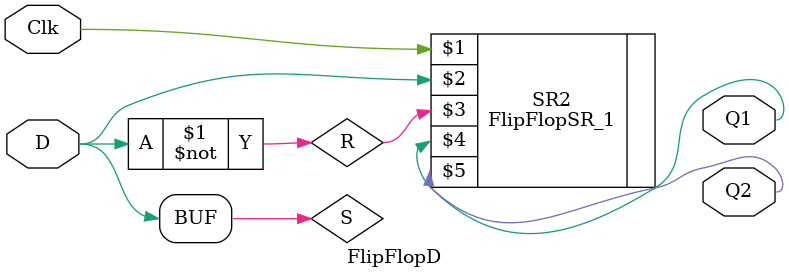
<source format=v>
module part2(SW,LEDG);

	input [9:0] SW;
	output [9:0] LEDG;
	
	
	
	FlipFlopD D1(SW[1],SW[0],LEDG[0],LEDG[1]);
	
endmodule	

module FlipFlopD(Clk,D,Q1,Q2);
	input Clk,D;
	output Q1,Q2;
	
	wire S,R;
	
	assign S = D;
	assign R = ~D;
	
	FlipFlopSR_1 SR2(Clk,S,R,Q1,Q2);
	
endmodule	
</source>
